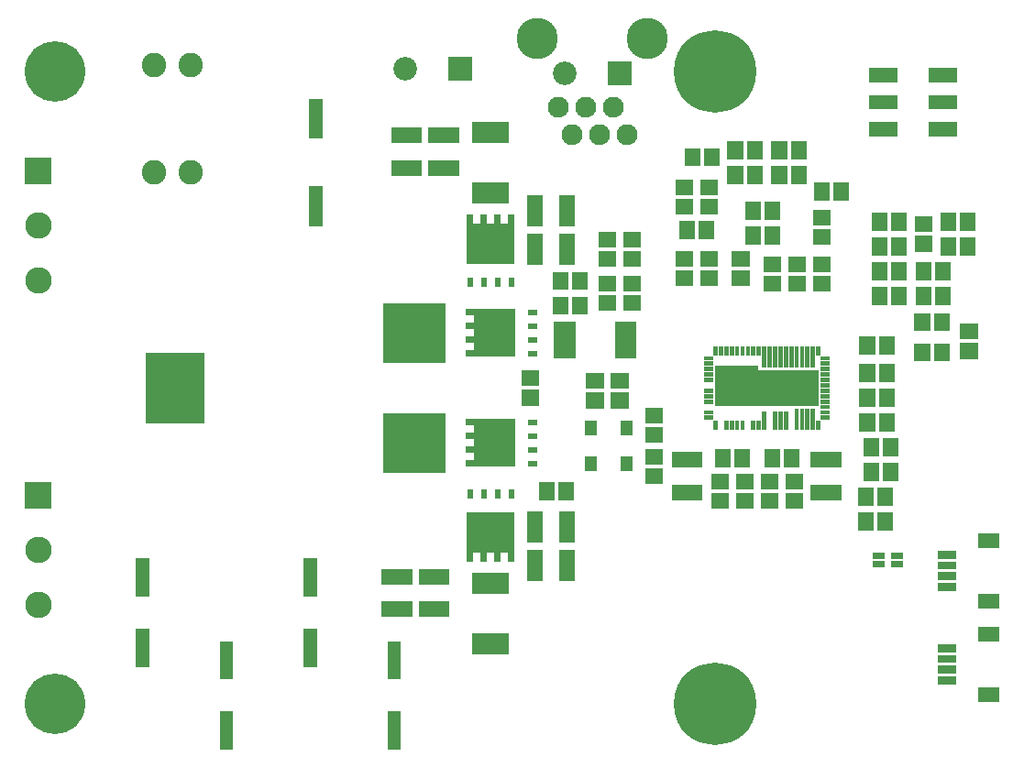
<source format=gbr>
G04 start of page 8 for group -4063 idx -4063 *
G04 Title: (unknown), componentmask *
G04 Creator: pcb 20140316 *
G04 CreationDate: Thu 02 Jul 2020 08:39:24 PM GMT UTC *
G04 For: railfan *
G04 Format: Gerber/RS-274X *
G04 PCB-Dimensions (mil): 4000.00 2950.00 *
G04 PCB-Coordinate-Origin: lower left *
%MOIN*%
%FSLAX25Y25*%
%LNTOPMASK*%
%ADD133R,0.2140X0.2140*%
%ADD132R,0.0490X0.0490*%
%ADD131R,0.2160X0.2160*%
%ADD130R,0.0227X0.0227*%
%ADD129R,0.0532X0.0532*%
%ADD128R,0.0296X0.0296*%
%ADD127R,0.1300X0.1300*%
%ADD126R,0.0847X0.0847*%
%ADD125R,0.1477X0.1477*%
%ADD124R,0.0158X0.0158*%
%ADD123R,0.0420X0.0420*%
%ADD122R,0.0520X0.0520*%
%ADD121R,0.1476X0.1476*%
%ADD120R,0.0769X0.0769*%
%ADD119R,0.0236X0.0236*%
%ADD118R,0.0572X0.0572*%
%ADD117R,0.0020X0.0020*%
%ADD116R,0.0197X0.0197*%
%ADD115C,0.0760*%
%ADD114C,0.0860*%
%ADD113C,0.1500*%
%ADD112C,0.2997*%
%ADD111C,0.2197*%
%ADD110C,0.0960*%
%ADD109C,0.0001*%
%ADD108C,0.0890*%
G54D108*X94400Y265000D03*
X81000D03*
X94400Y226000D03*
X81000D03*
G54D109*G36*
X34200Y231300D02*Y221700D01*
X43800D01*
Y231300D01*
X34200D01*
G37*
G54D110*X39000Y206500D03*
G54D111*X45000Y262500D03*
G54D109*G36*
X34200Y113300D02*Y103700D01*
X43800D01*
Y113300D01*
X34200D01*
G37*
G54D110*X39000Y186500D03*
Y88500D03*
Y68500D03*
G54D111*X45000Y32500D03*
G54D112*X285000D03*
Y262500D03*
G54D109*G36*
X246200Y266300D02*Y257700D01*
X254800D01*
Y266300D01*
X246200D01*
G37*
G54D113*X260500Y274500D03*
G54D114*X230500Y262000D03*
G54D113*X220500Y274500D03*
G54D109*G36*
X188200Y267800D02*Y259200D01*
X196800D01*
Y267800D01*
X188200D01*
G37*
G54D114*X172500Y263500D03*
G54D115*X253000Y239500D03*
X248000Y249500D03*
X238000D03*
X228000D03*
X243000Y239500D03*
X233000D03*
G54D116*X218228Y160000D02*X219606D01*
X218228Y165000D02*X219606D01*
G54D117*X218228Y160000D02*X219606D01*
X218228Y165000D02*X219606D01*
G54D116*X218248D02*X219626D01*
X218248Y160000D02*X219626D01*
X218228Y170000D02*X219606D01*
X218228Y175000D02*X219606D01*
G54D117*X218228Y170000D02*X219606D01*
G54D116*X218248D02*X219626D01*
X218248Y175000D02*X219626D01*
G54D117*X218228D02*X219606D01*
G54D118*X219595Y214755D02*Y209245D01*
Y200755D02*Y195245D01*
G54D119*X196000Y209409D02*Y208622D01*
G54D116*Y209429D02*Y208445D01*
G54D119*X201000Y209409D02*Y208622D01*
X206000Y209409D02*Y208622D01*
X211000Y209409D02*Y208622D01*
G54D116*X201000Y209429D02*Y208445D01*
X206000Y209429D02*Y208445D01*
X211000Y209429D02*Y208445D01*
G54D109*G36*
X203394Y206858D02*Y199953D01*
X210299D01*
Y206858D01*
X203394D01*
G37*
G54D120*X200744Y218476D02*X206256D01*
X200744Y240524D02*X206256D01*
G54D121*X202201Y200059D02*X204799D01*
G54D117*X203500Y201909D02*Y201358D01*
G54D109*G36*
X196701Y206858D02*Y199953D01*
X203606D01*
Y206858D01*
X196701D01*
G37*
G36*
Y200165D02*Y193260D01*
X203606D01*
Y200165D01*
X196701D01*
G37*
G36*
X203394D02*Y193260D01*
X210299D01*
Y200165D01*
X203394D01*
G37*
G54D116*X196000Y186772D02*Y185394D01*
X201000Y186772D02*Y185394D01*
G54D117*X196000Y186772D02*Y185394D01*
X201000Y186772D02*Y185394D01*
G54D116*Y186752D02*Y185374D01*
X196000Y186752D02*Y185374D01*
X206000Y186772D02*Y185394D01*
X211000Y186772D02*Y185394D01*
G54D117*X206000Y186772D02*Y185394D01*
G54D116*Y186752D02*Y185374D01*
X211000Y186752D02*Y185374D01*
G54D117*Y186772D02*Y185394D01*
G54D118*X231405Y214755D02*Y209245D01*
Y200755D02*Y195245D01*
X228957Y186893D02*Y186107D01*
G54D120*X230476Y167756D02*Y162244D01*
G54D118*X236043Y186893D02*Y186107D01*
Y177893D02*Y177107D01*
X228957Y177893D02*Y177107D01*
X245607Y178457D02*X246393D01*
X245607Y185543D02*X246393D01*
X245607Y194457D02*X246393D01*
X254607D02*X255393D01*
X245607Y201543D02*X246393D01*
X254607D02*X255393D01*
X254607Y178457D02*X255393D01*
X254607Y185543D02*X255393D01*
G54D120*X252524Y167756D02*Y162244D01*
G54D118*X282607Y187457D02*X283393D01*
X282607Y194543D02*X283393D01*
X273607D02*X274393D01*
X273607Y187457D02*X274393D01*
X274957Y205393D02*Y204607D01*
X282043Y205393D02*Y204607D01*
X273607Y213457D02*X274393D01*
X273607Y220543D02*X274393D01*
X352043Y181393D02*Y180607D01*
X344957Y181393D02*Y180607D01*
X352043Y190393D02*Y189607D01*
X344957Y190393D02*Y189607D01*
X360957Y190393D02*Y189607D01*
X368043Y190393D02*Y189607D01*
Y181393D02*Y180607D01*
X360957Y181393D02*Y180607D01*
X360607Y199957D02*X361393D01*
X377043Y199393D02*Y198607D01*
X369957Y199393D02*Y198607D01*
X352043Y199393D02*Y198607D01*
X344957Y199393D02*Y198607D01*
X360607Y207043D02*X361393D01*
X369957Y208393D02*Y207607D01*
X377043Y208393D02*Y207607D01*
G54D122*X365250Y241700D02*X370400D01*
X365250Y251500D02*X370400D01*
X365250Y261300D02*X370400D01*
G54D118*X352043Y208393D02*Y207607D01*
X344957Y208393D02*Y207607D01*
G54D122*X343600Y241700D02*X348750D01*
X343600Y251500D02*X348750D01*
X343600Y261300D02*X348750D01*
G54D118*X298957Y212393D02*Y211607D01*
X306043Y212393D02*Y211607D01*
X315543Y225393D02*Y224607D01*
X331043Y219393D02*Y218607D01*
X323957Y219393D02*Y218607D01*
X308457Y225393D02*Y224607D01*
X306043Y203393D02*Y202607D01*
X305607Y192543D02*X306393D01*
X305607Y185457D02*X306393D01*
X298957Y203393D02*Y202607D01*
X294107Y187457D02*X294893D01*
X294107Y194543D02*X294893D01*
X314607Y185457D02*X315393D01*
X314607Y192543D02*X315393D01*
X323607Y185457D02*X324393D01*
X323607Y192543D02*X324393D01*
X323607Y202457D02*X324393D01*
X323607Y209543D02*X324393D01*
X315543Y234393D02*Y233607D01*
X308457Y234393D02*Y233607D01*
X299543Y225393D02*Y224607D01*
X292457Y225393D02*Y224607D01*
X299543Y234393D02*Y233607D01*
X292457Y234393D02*Y233607D01*
X282607Y213457D02*X283393D01*
X282607Y220543D02*X283393D01*
X284043Y231893D02*Y231107D01*
X276957Y231893D02*Y231107D01*
G54D123*X240000Y133600D02*Y132400D01*
Y120600D02*Y119400D01*
X252900Y133600D02*Y132400D01*
Y120600D02*Y119400D01*
G54D118*X262607Y130457D02*X263393D01*
X262607Y137543D02*X263393D01*
X250107Y150043D02*X250893D01*
X250107Y142957D02*X250893D01*
X241107Y150043D02*X241893D01*
X241107Y142957D02*X241893D01*
X262607Y115500D02*X263393D01*
X262607Y122586D02*X263393D01*
X272245Y121405D02*X277755D01*
X272245Y109595D02*X277755D01*
X313607Y106457D02*X314393D01*
X304607D02*X305393D01*
X295607D02*X296393D01*
X286607D02*X287393D01*
X295607Y113543D02*X296393D01*
X286607D02*X287393D01*
X295043Y122393D02*Y121607D01*
X287957Y122393D02*Y121607D01*
X313607Y113543D02*X314393D01*
X304607D02*X305393D01*
X313043Y122393D02*Y121607D01*
X305957Y122393D02*Y121607D01*
X322745Y121405D02*X328255D01*
X322745Y109595D02*X328255D01*
G54D124*X281854Y156358D02*X283626D01*
X281854Y154390D02*X283626D01*
X281854Y152421D02*X283626D01*
X281854Y150453D02*X283626D01*
X281854Y146516D02*X283626D01*
X281854Y144547D02*X283626D01*
X281854Y142579D02*X283626D01*
G54D125*X292622Y148386D02*X293528D01*
G54D124*X281854Y138642D02*X283626D01*
X281854Y136673D02*X283626D01*
X285299Y135000D02*Y133228D01*
X289236Y135000D02*Y133228D01*
X291205Y135000D02*Y133228D01*
X293173Y135000D02*Y133228D01*
X295142Y135000D02*Y133228D01*
X299079Y135000D02*Y133228D01*
X301047Y135000D02*Y133228D01*
X303016Y138150D02*Y133228D01*
X306953Y138150D02*Y133228D01*
X308921Y138150D02*Y133228D01*
X310890Y138150D02*Y133228D01*
X314827Y139331D02*Y133228D01*
G54D118*X340457Y144393D02*Y143607D01*
X347543Y144393D02*Y143607D01*
X340457Y135393D02*Y134607D01*
X347543Y135393D02*Y134607D01*
Y153393D02*Y152607D01*
X340457Y153393D02*Y152607D01*
X347543Y163393D02*Y162607D01*
X340457Y163393D02*Y162607D01*
G54D124*X322701Y161772D02*Y160000D01*
X320732Y161772D02*Y155669D01*
X318764Y161772D02*Y155669D01*
X316795Y161772D02*Y155669D01*
X314827Y161772D02*Y155669D01*
X312858Y161772D02*Y155669D01*
X310890Y161772D02*Y155669D01*
X308921Y161772D02*Y155669D01*
X306953Y161772D02*Y155669D01*
X304984Y161772D02*Y155669D01*
X303016Y161772D02*Y155669D01*
X301047Y161772D02*Y160000D01*
G54D126*X293173Y147500D02*X314827D01*
G54D127*X291736D02*X316264D01*
G54D124*X299079Y161772D02*Y160000D01*
X297110Y161772D02*Y160000D01*
X295142Y161772D02*Y160000D01*
X293173Y161772D02*Y160000D01*
X291205Y161772D02*Y160000D01*
X289236Y161772D02*Y160000D01*
X287268Y161772D02*Y160000D01*
X285299Y161772D02*Y160000D01*
X281854Y158327D02*X283626D01*
X316795Y139331D02*Y133228D01*
X318764Y139331D02*Y133228D01*
X320732Y139331D02*Y133228D01*
X322701Y135000D02*Y133228D01*
X324374Y136673D02*X326146D01*
X324374Y138642D02*X326146D01*
X324374Y140610D02*X326146D01*
X324374Y142579D02*X326146D01*
X324374Y144547D02*X326146D01*
X324374Y146516D02*X326146D01*
X324374Y148484D02*X326146D01*
X324374Y150453D02*X326146D01*
X324374Y152421D02*X326146D01*
X324374Y154390D02*X326146D01*
X324374Y156358D02*X326146D01*
X324374Y158327D02*X326146D01*
G54D128*X367630Y86906D02*X371370D01*
X367630Y41094D02*X371370D01*
X367630Y45031D02*X371370D01*
X367630Y48969D02*X371370D01*
X367630Y52906D02*X371370D01*
G54D129*X383575Y69976D02*X385937D01*
X383575Y92024D02*X385937D01*
X383575Y35976D02*X385937D01*
X383575Y58024D02*X385937D01*
G54D118*X377107Y160957D02*X377893D01*
X377107Y168043D02*X377893D01*
X367543Y160893D02*Y160107D01*
X360457Y160893D02*Y160107D01*
X367543Y171893D02*Y171107D01*
X360457Y171893D02*Y171107D01*
X341957Y117393D02*Y116607D01*
Y126393D02*Y125607D01*
X349043Y117393D02*Y116607D01*
Y126393D02*Y125607D01*
G54D130*X350413Y83425D02*X352283D01*
X350413Y86575D02*X352283D01*
G54D118*X347043Y108393D02*Y107607D01*
X339957Y108393D02*Y107607D01*
Y99393D02*Y98607D01*
X347043Y99393D02*Y98607D01*
G54D130*X343717Y86575D02*X345587D01*
X343717Y83425D02*X345587D01*
G54D128*X367630Y75094D02*X371370D01*
X367630Y79031D02*X371370D01*
X367630Y82969D02*X371370D01*
G54D131*X175300Y127500D02*X176300D01*
G54D109*G36*
X204835Y127606D02*Y120701D01*
X211740D01*
Y127606D01*
X204835D01*
G37*
G36*
Y134299D02*Y127394D01*
X211740D01*
Y134299D01*
X204835D01*
G37*
G36*
X198142D02*Y127394D01*
X205047D01*
Y134299D01*
X198142D01*
G37*
G54D131*X175300Y167500D02*X176300D01*
G54D132*X140000Y250200D02*Y240800D01*
Y218400D02*Y208900D01*
G54D118*X170245Y239405D02*X175755D01*
X170245Y227595D02*X175755D01*
X183745D02*X189255D01*
X183745Y239405D02*X189255D01*
G54D119*X195591Y160000D02*X196378D01*
G54D116*X195571D02*X196555D01*
G54D119*X195591Y165000D02*X196378D01*
G54D116*X195571D02*X196555D01*
G54D119*X195591Y170000D02*X196378D01*
G54D116*X195571D02*X196555D01*
G54D119*X195591Y175000D02*X196378D01*
G54D116*X195571D02*X196555D01*
G54D121*X204941Y168799D02*Y166201D01*
G54D117*X203091Y167500D02*X203642D01*
G54D109*G36*
X198142Y167606D02*Y160701D01*
X205047D01*
Y167606D01*
X198142D01*
G37*
G36*
X204835D02*Y160701D01*
X211740D01*
Y167606D01*
X204835D01*
G37*
G36*
Y174299D02*Y167394D01*
X211740D01*
Y174299D01*
X204835D01*
G37*
G36*
X198142D02*Y167394D01*
X205047D01*
Y174299D01*
X198142D01*
G37*
G54D133*X88900Y149600D02*Y145400D01*
G54D132*X107500Y53000D02*Y44000D01*
X138000Y83100D02*Y74000D01*
X77000Y57500D02*Y48500D01*
Y83100D02*Y74000D01*
X107500Y27500D02*Y18400D01*
X168500Y53000D02*Y44000D01*
Y27500D02*Y18400D01*
X138000Y57500D02*Y48500D01*
G54D118*X180245Y67095D02*X185755D01*
X180245Y78905D02*X185755D01*
X166745Y67095D02*X172255D01*
X166745Y78905D02*X172255D01*
G54D116*X211000Y109606D02*Y108228D01*
X206000Y109606D02*Y108228D01*
G54D117*X211000Y109606D02*Y108228D01*
X206000Y109606D02*Y108228D01*
G54D116*Y109626D02*Y108248D01*
X211000Y109626D02*Y108248D01*
X201000Y109606D02*Y108228D01*
X196000Y109606D02*Y108228D01*
G54D117*X201000Y109606D02*Y108228D01*
G54D116*Y109626D02*Y108248D01*
X196000Y109626D02*Y108248D01*
G54D117*Y109606D02*Y108228D01*
G54D120*X200744Y54476D02*X206256D01*
X200744Y76524D02*X206256D01*
G54D119*X211000Y86378D02*Y85591D01*
X206000Y86378D02*Y85591D01*
G54D116*X211000Y86555D02*Y85571D01*
X206000Y86555D02*Y85571D01*
G54D121*X202201Y94941D02*X204799D01*
G54D109*G36*
X203394Y95047D02*Y88142D01*
X210299D01*
Y95047D01*
X203394D01*
G37*
G36*
Y101740D02*Y94835D01*
X210299D01*
Y101740D01*
X203394D01*
G37*
G36*
X196701D02*Y94835D01*
X203606D01*
Y101740D01*
X196701D01*
G37*
G36*
Y95047D02*Y88142D01*
X203606D01*
Y95047D01*
X196701D01*
G37*
G54D117*X203500Y93642D02*Y93091D01*
G54D116*X196000Y86555D02*Y85571D01*
G54D119*X201000Y86378D02*Y85591D01*
X196000Y86378D02*Y85591D01*
G54D116*X201000Y86555D02*Y85571D01*
G54D118*X231405Y85755D02*Y80245D01*
Y99755D02*Y94245D01*
X231043Y110393D02*Y109607D01*
X219595Y99755D02*Y94245D01*
G54D119*X195591Y120000D02*X196378D01*
G54D116*X195571D02*X196555D01*
G54D119*X195591Y125000D02*X196378D01*
G54D116*X195571D02*X196555D01*
G54D119*X195591Y130000D02*X196378D01*
X195591Y135000D02*X196378D01*
G54D116*X195571Y130000D02*X196555D01*
X195571Y135000D02*X196555D01*
G54D121*X204941Y128799D02*Y126201D01*
G54D117*X203091Y127500D02*X203642D01*
G54D109*G36*
X198142Y127606D02*Y120701D01*
X205047D01*
Y127606D01*
X198142D01*
G37*
G54D116*X218228Y120000D02*X219606D01*
G54D117*X218228D02*X219606D01*
G54D116*X218248D02*X219626D01*
G54D118*X219595Y85755D02*Y80245D01*
G54D116*X218228Y125000D02*X219606D01*
G54D117*X218228D02*X219606D01*
G54D116*X218248D02*X219626D01*
X218228Y130000D02*X219606D01*
X218228Y135000D02*X219606D01*
G54D117*X218228Y130000D02*X219606D01*
X218228Y135000D02*X219606D01*
G54D116*X218248Y130000D02*X219626D01*
X218248Y135000D02*X219626D01*
G54D118*X217607Y143957D02*X218393D01*
X217607Y151043D02*X218393D01*
X223957Y110393D02*Y109607D01*
M02*

</source>
